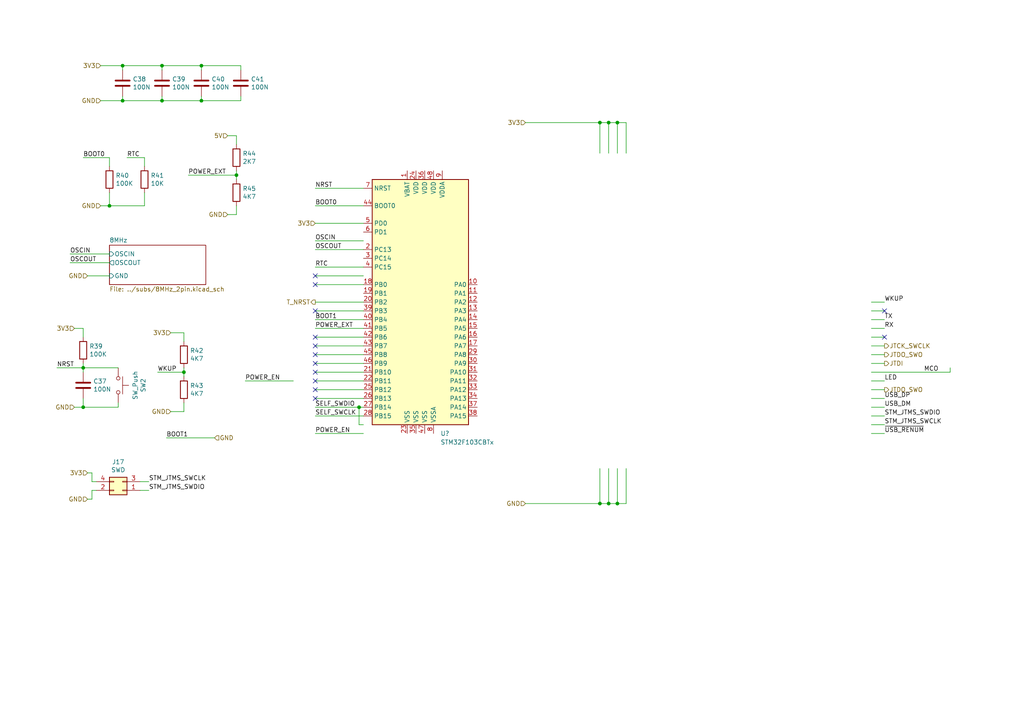
<source format=kicad_sch>
(kicad_sch (version 20211123) (generator eeschema)
  (paper "A4")
  (lib_symbols
    (symbol "Connector:USB_B_Micro" (pin_names (offset 1.016))
      (property "Reference" "J" (at -5.08 11.43 0))
      (property "Value" "USB_B_Micro" (at -5.08 8.89 0))
      (symbol "USB_B_Micro_0_1"
        (rectangle (start -5.08 -7.62) (end 5.08 7.62) (stroke (width 0.254)) (fill (type background)))
        (circle (center -3.81 2.159) (radius 0.635) (stroke (width 0.254)) (fill (type outline)))
        (circle (center -0.635 3.429) (radius 0.381) (stroke (width 0.254)) (fill (type outline)))
        (rectangle (start -0.127 -7.62) (end 0.127 -6.858))
        (polyline (pts (xy -1.905 2.159) (xy 0.635 2.159)) (stroke (width 0.254)))
        (polyline (pts (xy -3.175 2.159) (xy -2.54 2.159) (xy -1.27 3.429) (xy -0.635 3.429)) (stroke (width 0.254)))
        (polyline (pts (xy -2.54 2.159) (xy -1.905 2.159) (xy -1.27 0.889) (xy 0 0.889)) (stroke (width 0.254)))
        (polyline (pts (xy 0.635 2.794) (xy 0.635 1.524) (xy 1.905 2.159) (xy 0.635 2.794)) (stroke (width 0.254)) (fill (type outline)))
        (polyline (pts (xy -4.318 5.588) (xy -1.778 5.588) (xy -2.032 4.826) (xy -4.064 4.826) (xy -4.318 5.588)) (fill (type outline)))
        (polyline (pts (xy -4.699 5.842) (xy -4.699 5.588) (xy -4.445 4.826) (xy -4.445 4.572) (xy -1.651 4.572) (xy -1.651 4.826) (xy -1.397 5.588) (xy -1.397 5.842) (xy -4.699 5.842)))
        (rectangle (start 0.254 1.27) (end -0.508 0.508) (stroke (width 0.254)) (fill (type outline)))
        (rectangle (start 5.08 -5.207) (end 4.318 -4.953))
        (rectangle (start 5.08 -2.667) (end 4.318 -2.413))
        (rectangle (start 5.08 -0.127) (end 4.318 0.127))
        (rectangle (start 5.08 4.953) (end 4.318 5.207))
      )
      (symbol "USB_B_Micro_1_1"
        (pin power_out line (at 7.62 5.08 180) (length 2.54) (name "VBUS") (number "1"))
        (pin bidirectional line (at 7.62 -2.54 180) (length 2.54) (name "D-") (number "2"))
        (pin bidirectional line (at 7.62 0 180) (length 2.54) (name "D+") (number "3"))
        (pin passive line (at 7.62 -5.08 180) (length 2.54) (name "ID") (number "4"))
        (pin power_out line (at 0 -10.16 90) (length 2.54) (name "GND") (number "5"))
        (pin passive line (at -2.54 -10.16 90) (length 2.54) (name "Shield") (number "6"))
      )
    )
    (symbol "Connector_Generic:Conn_02x02_Odd_Even" (pin_names (offset 1.016) hide)
      (property "Reference" "J" (at 1.27 2.54 0))
      (property "Value" "Conn_02x02_Odd_Even" (at 1.27 -5.08 0))
      (symbol "Conn_02x02_Odd_Even_1_1"
        (rectangle (start -1.27 -2.413) (end 0 -2.667) (stroke (width 0.1524)))
        (rectangle (start -1.27 0.127) (end 0 -0.127) (stroke (width 0.1524)))
        (rectangle (start -1.27 1.27) (end 3.81 -3.81) (stroke (width 0.254)) (fill (type background)))
        (rectangle (start 3.81 -2.413) (end 2.54 -2.667) (stroke (width 0.1524)))
        (rectangle (start 3.81 0.127) (end 2.54 -0.127) (stroke (width 0.1524)))
        (pin passive line (at -5.08 0 0) (length 3.81) (name "Pin_1") (number "1"))
        (pin passive line (at 7.62 0 180) (length 3.81) (name "Pin_2") (number "2"))
        (pin passive line (at -5.08 -2.54 0) (length 3.81) (name "Pin_3") (number "3"))
        (pin passive line (at 7.62 -2.54 180) (length 3.81) (name "Pin_4") (number "4"))
      )
    )
    (symbol "Device:C" (pin_numbers hide) (pin_names (offset 0.254))
      (property "Reference" "C" (at 0.635 2.54 0))
      (property "Value" "C" (at 0.635 -2.54 0))
      (symbol "C_0_1"
        (polyline (pts (xy -2.032 -0.762) (xy 2.032 -0.762)) (stroke (width 0.508)))
        (polyline (pts (xy -2.032 0.762) (xy 2.032 0.762)) (stroke (width 0.508)))
      )
      (symbol "C_1_1"
        (pin passive line (at 0 3.81 270) (length 2.794) (name "~") (number "1"))
        (pin passive line (at 0 -3.81 90) (length 2.794) (name "~") (number "2"))
      )
    )
    (symbol "Device:LED" (pin_numbers hide) (pin_names (offset 1.016) hide)
      (property "Reference" "D" (at 0 2.54 0))
      (property "Value" "LED" (at 0 -2.54 0))
      (symbol "LED_0_1"
        (polyline (pts (xy -1.27 -1.27) (xy -1.27 1.27)) (stroke (width 0.254)))
        (polyline (pts (xy -1.27 0) (xy 1.27 0)))
        (polyline (pts (xy 1.27 -1.27) (xy 1.27 1.27) (xy -1.27 0) (xy 1.27 -1.27)) (stroke (width 0.254)))
        (polyline (pts (xy -3.048 -0.762) (xy -4.572 -2.286) (xy -3.81 -2.286) (xy -4.572 -2.286) (xy -4.572 -1.524)))
        (polyline (pts (xy -1.778 -0.762) (xy -3.302 -2.286) (xy -2.54 -2.286) (xy -3.302 -2.286) (xy -3.302 -1.524)))
      )
      (symbol "LED_1_1"
        (pin passive line (at -3.81 0 0) (length 2.54) (name "K") (number "1"))
        (pin passive line (at 3.81 0 180) (length 2.54) (name "A") (number "2"))
      )
    )
    (symbol "Device:R" (pin_numbers hide) (pin_names (offset 0))
      (property "Reference" "R" (at 2.032 0 90))
      (property "Value" "R" (at 0 0 90))
      (symbol "R_0_1"
        (rectangle (start -1.016 -2.54) (end 1.016 2.54) (stroke (width 0.254)))
      )
      (symbol "R_1_1"
        (pin passive line (at 0 3.81 270) (length 1.27) (name "~") (number "1"))
        (pin passive line (at 0 -3.81 90) (length 1.27) (name "~") (number "2"))
      )
    )
    (symbol "MCU_ST_STM32F1:STM32F103CBTx"
      (property "Reference" "U" (at -15.24 36.83 0))
      (property "Value" "STM32F103CBTx" (at 7.62 36.83 0))
      (symbol "STM32F103CBTx_0_1"
        (rectangle (start -15.24 -35.56) (end 12.7 35.56) (stroke (width 0.254)) (fill (type background)))
      )
      (symbol "STM32F103CBTx_1_1"
        (pin power_in line (at -5.08 38.1 270) (length 2.54) (name "VBAT") (number "1"))
        (pin bidirectional line (at 15.24 5.08 180) (length 2.54) (name "PA0") (number "10"))
        (pin bidirectional line (at 15.24 2.54 180) (length 2.54) (name "PA1") (number "11"))
        (pin bidirectional line (at 15.24 0 180) (length 2.54) (name "PA2") (number "12"))
        (pin bidirectional line (at 15.24 -2.54 180) (length 2.54) (name "PA3") (number "13"))
        (pin bidirectional line (at 15.24 -5.08 180) (length 2.54) (name "PA4") (number "14"))
        (pin bidirectional line (at 15.24 -7.62 180) (length 2.54) (name "PA5") (number "15"))
        (pin bidirectional line (at 15.24 -10.16 180) (length 2.54) (name "PA6") (number "16"))
        (pin bidirectional line (at 15.24 -12.7 180) (length 2.54) (name "PA7") (number "17"))
        (pin bidirectional line (at -17.78 5.08 0) (length 2.54) (name "PB0") (number "18"))
        (pin bidirectional line (at -17.78 2.54 0) (length 2.54) (name "PB1") (number "19"))
        (pin bidirectional line (at -17.78 15.24 0) (length 2.54) (name "PC13") (number "2"))
        (pin bidirectional line (at -17.78 0 0) (length 2.54) (name "PB2") (number "20"))
        (pin bidirectional line (at -17.78 -20.32 0) (length 2.54) (name "PB10") (number "21"))
        (pin bidirectional line (at -17.78 -22.86 0) (length 2.54) (name "PB11") (number "22"))
        (pin power_in line (at -5.08 -38.1 90) (length 2.54) (name "VSS") (number "23"))
        (pin power_in line (at -2.54 38.1 270) (length 2.54) (name "VDD") (number "24"))
        (pin bidirectional line (at -17.78 -25.4 0) (length 2.54) (name "PB12") (number "25"))
        (pin bidirectional line (at -17.78 -27.94 0) (length 2.54) (name "PB13") (number "26"))
        (pin bidirectional line (at -17.78 -30.48 0) (length 2.54) (name "PB14") (number "27"))
        (pin bidirectional line (at -17.78 -33.02 0) (length 2.54) (name "PB15") (number "28"))
        (pin bidirectional line (at 15.24 -15.24 180) (length 2.54) (name "PA8") (number "29"))
        (pin bidirectional line (at -17.78 12.7 0) (length 2.54) (name "PC14") (number "3"))
        (pin bidirectional line (at 15.24 -17.78 180) (length 2.54) (name "PA9") (number "30"))
        (pin bidirectional line (at 15.24 -20.32 180) (length 2.54) (name "PA10") (number "31"))
        (pin bidirectional line (at 15.24 -22.86 180) (length 2.54) (name "PA11") (number "32"))
        (pin bidirectional line (at 15.24 -25.4 180) (length 2.54) (name "PA12") (number "33"))
        (pin bidirectional line (at 15.24 -27.94 180) (length 2.54) (name "PA13") (number "34"))
        (pin power_in line (at -2.54 -38.1 90) (length 2.54) (name "VSS") (number "35"))
        (pin power_in line (at 0 38.1 270) (length 2.54) (name "VDD") (number "36"))
        (pin bidirectional line (at 15.24 -30.48 180) (length 2.54) (name "PA14") (number "37"))
        (pin bidirectional line (at 15.24 -33.02 180) (length 2.54) (name "PA15") (number "38"))
        (pin bidirectional line (at -17.78 -2.54 0) (length 2.54) (name "PB3") (number "39"))
        (pin bidirectional line (at -17.78 10.16 0) (length 2.54) (name "PC15") (number "4"))
        (pin bidirectional line (at -17.78 -5.08 0) (length 2.54) (name "PB4") (number "40"))
        (pin bidirectional line (at -17.78 -7.62 0) (length 2.54) (name "PB5") (number "41"))
        (pin bidirectional line (at -17.78 -10.16 0) (length 2.54) (name "PB6") (number "42"))
        (pin bidirectional line (at -17.78 -12.7 0) (length 2.54) (name "PB7") (number "43"))
        (pin input line (at -17.78 27.94 0) (length 2.54) (name "BOOT0") (number "44"))
        (pin bidirectional line (at -17.78 -15.24 0) (length 2.54) (name "PB8") (number "45"))
        (pin bidirectional line (at -17.78 -17.78 0) (length 2.54) (name "PB9") (number "46"))
        (pin power_in line (at 0 -38.1 90) (length 2.54) (name "VSS") (number "47"))
        (pin power_in line (at 2.54 38.1 270) (length 2.54) (name "VDD") (number "48"))
        (pin input line (at -17.78 22.86 0) (length 2.54) (name "PD0") (number "5"))
        (pin input line (at -17.78 20.32 0) (length 2.54) (name "PD1") (number "6"))
        (pin input line (at -17.78 33.02 0) (length 2.54) (name "NRST") (number "7"))
        (pin power_in line (at 2.54 -38.1 90) (length 2.54) (name "VSSA") (number "8"))
        (pin power_in line (at 5.08 38.1 270) (length 2.54) (name "VDDA") (number "9"))
      )
    )
    (symbol "Switch:SW_Push" (pin_numbers hide) (pin_names (offset 1.016) hide)
      (property "Reference" "SW" (at 1.27 2.54 0))
      (property "Value" "SW_Push" (at 0 -1.524 0))
      (symbol "SW_Push_0_1"
        (circle (center -2.032 0) (radius 0.508))
        (polyline (pts (xy 0 1.27) (xy 0 3.048)))
        (polyline (pts (xy 2.54 1.27) (xy -2.54 1.27)))
        (circle (center 2.032 0) (radius 0.508))
        (pin passive line (at -5.08 0 0) (length 2.54) (name "1") (number "1"))
        (pin passive line (at 5.08 0 180) (length 2.54) (name "2") (number "2"))
      )
    )
  )
  (junction (at 46.99 19.05))
  (junction (at 176.53 35.56))
  (junction (at 24.13 118.11))
  (junction (at -22.86 115.57))
  (junction (at 35.56 29.21))
  (junction (at 46.99 29.21))
  (junction (at 173.99 35.56))
  (junction (at -24.13 167.64))
  (junction (at 24.13 106.68))
  (junction (at 68.58 50.8))
  (junction (at -39.37 153.67))
  (junction (at 53.34 107.95))
  (junction (at 104.14 118.11))
  (junction (at 176.53 146.05))
  (junction (at 173.99 146.05))
  (junction (at 35.56 19.05))
  (junction (at 31.75 59.69))
  (junction (at 179.07 35.56))
  (junction (at 179.07 146.05))
  (junction (at 58.42 19.05))
  (junction (at -15.24 167.64))
  (junction (at 58.42 29.21))
  (no_connect (at 91.44 100.33))
  (no_connect (at 91.44 115.57))
  (no_connect (at 91.44 80.01))
  (no_connect (at 91.44 107.95))
  (no_connect (at 91.44 113.03))
  (no_connect (at 256.54 97.79))
  (no_connect (at 91.44 82.55))
  (no_connect (at 256.54 90.17))
  (no_connect (at 91.44 105.41))
  (no_connect (at 91.44 110.49))
  (no_connect (at 91.44 90.17))
  (no_connect (at 91.44 102.87))
  (no_connect (at 91.44 97.79))
  (wire (pts (xy 152.4 146.05) (xy 173.99 146.05)))
  (wire (pts (xy 68.58 41.91) (xy 68.58 39.37)))
  (wire (pts (xy -15.24 163.83) (xy -15.24 167.64)))
  (wire (pts (xy 256.54 120.65) (xy 252.73 120.65)))
  (wire (pts (xy 105.41 69.85) (xy 91.44 69.85)))
  (wire (pts (xy 91.44 82.55) (xy 105.41 82.55)))
  (wire (pts (xy 58.42 27.94) (xy 58.42 29.21)))
  (wire (pts (xy -15.24 167.64) (xy -24.13 167.64)))
  (wire (pts (xy 53.34 109.22) (xy 53.34 107.95)))
  (wire (pts (xy 46.99 19.05) (xy 58.42 19.05)))
  (wire (pts (xy 58.42 29.21) (xy 46.99 29.21)))
  (wire (pts (xy 25.4 80.01) (xy 31.75 80.01)))
  (wire (pts (xy 21.59 95.25) (xy 24.13 95.25)))
  (wire (pts (xy 256.54 105.41) (xy 252.73 105.41)))
  (wire (pts (xy 181.61 146.05) (xy 181.61 135.89)))
  (wire (pts (xy 46.99 19.05) (xy 46.99 20.32)))
  (wire (pts (xy 275.59 106.68) (xy 275.59 107.95)))
  (wire (pts (xy 29.21 19.05) (xy 35.56 19.05)))
  (wire (pts (xy 41.91 59.69) (xy 31.75 59.69)))
  (wire (pts (xy 173.99 35.56) (xy 173.99 44.45)))
  (wire (pts (xy 152.4 35.56) (xy 173.99 35.56)))
  (wire (pts (xy 91.44 95.25) (xy 105.41 95.25)))
  (wire (pts (xy 91.44 120.65) (xy 105.41 120.65)))
  (wire (pts (xy 69.85 19.05) (xy 69.85 20.32)))
  (wire (pts (xy -22.86 158.75) (xy -24.13 158.75)))
  (wire (pts (xy 24.13 95.25) (xy 24.13 97.79)))
  (wire (pts (xy 20.32 76.2) (xy 31.75 76.2)))
  (wire (pts (xy -29.21 148.59) (xy -22.86 148.59)))
  (wire (pts (xy 91.44 72.39) (xy 105.41 72.39)))
  (wire (pts (xy 68.58 39.37) (xy 66.04 39.37)))
  (wire (pts (xy 173.99 146.05) (xy 176.53 146.05)))
  (wire (pts (xy 176.53 44.45) (xy 176.53 35.56)))
  (wire (pts (xy -57.15 156.21) (xy -22.86 156.21)))
  (wire (pts (xy 91.44 54.61) (xy 105.41 54.61)))
  (wire (pts (xy 176.53 146.05) (xy 179.07 146.05)))
  (wire (pts (xy 53.34 116.84) (xy 53.34 119.38)))
  (wire (pts (xy 176.53 35.56) (xy 173.99 35.56)))
  (wire (pts (xy 91.44 110.49) (xy 105.41 110.49)))
  (wire (pts (xy 35.56 27.94) (xy 35.56 29.21)))
  (wire (pts (xy 66.04 62.23) (xy 68.58 62.23)))
  (wire (pts (xy 256.54 118.11) (xy 252.73 118.11)))
  (wire (pts (xy -25.4 99.06) (xy -22.86 99.06)))
  (wire (pts (xy 53.34 96.52) (xy 49.53 96.52)))
  (wire (pts (xy -22.86 115.57) (xy -22.86 116.84)))
  (wire (pts (xy 256.54 102.87) (xy 252.73 102.87)))
  (wire (pts (xy 179.07 135.89) (xy 179.07 146.05)))
  (wire (pts (xy 256.54 95.25) (xy 252.73 95.25)))
  (wire (pts (xy 34.29 118.11) (xy 24.13 118.11)))
  (wire (pts (xy 46.99 29.21) (xy 35.56 29.21)))
  (wire (pts (xy 31.75 59.69) (xy 29.21 59.69)))
  (wire (pts (xy 179.07 35.56) (xy 179.07 44.45)))
  (wire (pts (xy 68.58 52.07) (xy 68.58 50.8)))
  (wire (pts (xy 34.29 116.84) (xy 34.29 118.11)))
  (wire (pts (xy 256.54 125.73) (xy 252.73 125.73)))
  (wire (pts (xy 104.14 123.19) (xy 105.41 123.19)))
  (wire (pts (xy -15.24 167.64) (xy -12.7 167.64)))
  (wire (pts (xy -12.7 167.64) (xy -12.7 163.83)))
  (wire (pts (xy 36.83 45.72) (xy 41.91 45.72)))
  (wire (pts (xy 91.44 102.87) (xy 105.41 102.87)))
  (wire (pts (xy 91.44 77.47) (xy 105.41 77.47)))
  (wire (pts (xy 91.44 107.95) (xy 105.41 107.95)))
  (wire (pts (xy 24.13 45.72) (xy 31.75 45.72)))
  (wire (pts (xy 173.99 135.89) (xy 173.99 146.05)))
  (wire (pts (xy -57.15 139.7) (xy -39.37 139.7)))
  (wire (pts (xy 35.56 29.21) (xy 29.21 29.21)))
  (wire (pts (xy 43.18 142.24) (xy 40.64 142.24)))
  (wire (pts (xy 69.85 29.21) (xy 58.42 29.21)))
  (wire (pts (xy 91.44 92.71) (xy 105.41 92.71)))
  (wire (pts (xy 91.44 80.01) (xy 105.41 80.01)))
  (wire (pts (xy 58.42 19.05) (xy 58.42 20.32)))
  (wire (pts (xy 58.42 19.05) (xy 69.85 19.05)))
  (wire (pts (xy 41.91 55.88) (xy 41.91 59.69)))
  (wire (pts (xy 256.54 113.03) (xy 252.73 113.03)))
  (wire (pts (xy 256.54 110.49) (xy 252.73 110.49)))
  (wire (pts (xy 24.13 106.68) (xy 24.13 107.95)))
  (wire (pts (xy 104.14 118.11) (xy 105.41 118.11)))
  (wire (pts (xy 24.13 105.41) (xy 24.13 106.68)))
  (wire (pts (xy 16.51 106.68) (xy 24.13 106.68)))
  (wire (pts (xy 26.67 144.78) (xy 25.4 144.78)))
  (wire (pts (xy 91.44 64.77) (xy 105.41 64.77)))
  (wire (pts (xy 91.44 90.17) (xy 105.41 90.17)))
  (wire (pts (xy 91.44 125.73) (xy 105.41 125.73)))
  (wire (pts (xy 91.44 115.57) (xy 105.41 115.57)))
  (wire (pts (xy 181.61 35.56) (xy 181.61 44.45)))
  (wire (pts (xy 26.67 137.16) (xy 26.67 139.7)))
  (wire (pts (xy 46.99 27.94) (xy 46.99 29.21)))
  (wire (pts (xy 68.58 62.23) (xy 68.58 59.69)))
  (wire (pts (xy 53.34 99.06) (xy 53.34 96.52)))
  (wire (pts (xy 43.18 139.7) (xy 40.64 139.7)))
  (wire (pts (xy 256.54 115.57) (xy 252.73 115.57)))
  (wire (pts (xy 71.12 110.49) (xy 85.09 110.49)))
  (wire (pts (xy 24.13 118.11) (xy 24.13 115.57)))
  (wire (pts (xy 256.54 100.33) (xy 252.73 100.33)))
  (wire (pts (xy 91.44 105.41) (xy 105.41 105.41)))
  (wire (pts (xy 54.61 50.8) (xy 68.58 50.8)))
  (wire (pts (xy -27.94 167.64) (xy -24.13 167.64)))
  (wire (pts (xy 179.07 146.05) (xy 181.61 146.05)))
  (wire (pts (xy 49.53 119.38) (xy 53.34 119.38)))
  (wire (pts (xy 91.44 118.11) (xy 104.14 118.11)))
  (wire (pts (xy -25.4 134.62) (xy -22.86 134.62)))
  (wire (pts (xy 31.75 45.72) (xy 31.75 48.26)))
  (wire (pts (xy 35.56 19.05) (xy 35.56 20.32)))
  (wire (pts (xy -31.75 115.57) (xy -22.86 115.57)))
  (wire (pts (xy 53.34 107.95) (xy 53.34 106.68)))
  (wire (pts (xy 45.72 107.95) (xy 53.34 107.95)))
  (wire (pts (xy 176.53 35.56) (xy 179.07 35.56)))
  (wire (pts (xy 91.44 87.63) (xy 105.41 87.63)))
  (wire (pts (xy 31.75 55.88) (xy 31.75 59.69)))
  (wire (pts (xy -39.37 153.67) (xy -22.86 153.67)))
  (wire (pts (xy -57.15 153.67) (xy -39.37 153.67)))
  (wire (pts (xy 181.61 35.56) (xy 179.07 35.56)))
  (wire (pts (xy 26.67 139.7) (xy 27.94 139.7)))
  (wire (pts (xy 91.44 113.03) (xy 105.41 113.03)))
  (wire (pts (xy 31.75 73.66) (xy 20.32 73.66)))
  (wire (pts (xy 91.44 59.69) (xy 105.41 59.69)))
  (wire (pts (xy 176.53 135.89) (xy 176.53 146.05)))
  (wire (pts (xy 68.58 49.53) (xy 68.58 50.8)))
  (wire (pts (xy 26.67 142.24) (xy 26.67 144.78)))
  (wire (pts (xy -22.86 134.62) (xy -22.86 132.08)))
  (wire (pts (xy 21.59 118.11) (xy 24.13 118.11)))
  (wire (pts (xy -39.37 139.7) (xy -39.37 142.24)))
  (wire (pts (xy 48.26 127) (xy 62.23 127)))
  (wire (pts (xy 252.73 107.95) (xy 275.59 107.95)))
  (wire (pts (xy -22.86 99.06) (xy -22.86 100.33)))
  (wire (pts (xy 27.94 142.24) (xy 26.67 142.24)))
  (wire (pts (xy 256.54 92.71) (xy 252.73 92.71)))
  (wire (pts (xy 256.54 90.17) (xy 252.73 90.17)))
  (wire (pts (xy -39.37 149.86) (xy -39.37 153.67)))
  (wire (pts (xy 69.85 27.94) (xy 69.85 29.21)))
  (wire (pts (xy 25.4 137.16) (xy 26.67 137.16)))
  (wire (pts (xy 34.29 106.68) (xy 24.13 106.68)))
  (wire (pts (xy 256.54 123.19) (xy 252.73 123.19)))
  (wire (pts (xy -24.13 167.64) (xy -24.13 166.37)))
  (wire (pts (xy 256.54 97.79) (xy 252.73 97.79)))
  (wire (pts (xy 91.44 100.33) (xy 105.41 100.33)))
  (wire (pts (xy 104.14 118.11) (xy 104.14 123.19)))
  (wire (pts (xy 35.56 19.05) (xy 46.99 19.05)))
  (wire (pts (xy 256.54 87.63) (xy 252.73 87.63)))
  (wire (pts (xy 41.91 45.72) (xy 41.91 48.26)))
  (wire (pts (xy 91.44 97.79) (xy 105.41 97.79)))
  (label "BOOT0" (at 24.13 45.72 0))
  (label "OSCIN" (at 91.44 69.85 0))
  (label "OSCOUT" (at 20.32 76.2 0))
  (label "LED" (at 256.54 110.49 0))
  (label "BOOT1" (at 91.44 92.71 0))
  (label "USB_DM" (at 256.54 118.11 0))
  (label "SELF_SWCLK" (at 91.44 120.65 0))
  (label "NRST" (at 91.44 54.61 0))
  (label "POWER_EN" (at 71.12 110.49 0))
  (label "RX" (at 256.54 95.25 0))
  (label "OSCIN" (at 20.32 73.66 0))
  (label "WKUP" (at 256.54 87.63 0))
  (label "POWER_EXT" (at 91.44 95.25 0))
  (label "SELF_SWDIO" (at 91.44 118.11 0))
  (label "USB_DP" (at -57.15 153.67 0))
  (label "USB_DM" (at -57.15 156.21 0))
  (label "POWER_EXT" (at 54.61 50.8 0))
  (label "RTC" (at 36.83 45.72 0))
  (label "~{USB_RENUM}" (at -57.15 139.7 0))
  (label "LED" (at -31.75 115.57 0))
  (label "OSCOUT" (at 91.44 72.39 0))
  (label "WKUP" (at 45.72 107.95 0))
  (label "STM_JTMS_SWDIO" (at 43.18 142.24 0))
  (label "TX" (at 256.54 92.71 0))
  (label "BOOT0" (at 91.44 59.69 0))
  (label "USB_DP" (at 256.54 115.57 0))
  (label "STM_JTMS_SWDIO" (at 256.54 120.65 0))
  (label "NRST" (at 16.51 106.68 0))
  (label "BOOT1" (at 48.26 127 0))
  (label "MCO" (at 267.97 107.95 0))
  (label "STM_JTMS_SWCLK" (at 43.18 139.7 0))
  (label "~{USB_RENUM}" (at 256.54 125.73 0))
  (label "STM_JTMS_SWCLK" (at 256.54 123.19 0))
  (label "RTC" (at 91.44 77.47 0))
  (label "POWER_EN" (at 91.44 125.73 0))
  (hierarchical_label "GND" (shape input) (at 152.4 146.05 180))
  (hierarchical_label "3V3" (shape input) (at 25.4 137.16 180))
  (hierarchical_label "GND" (shape input) (at -25.4 134.62 180))
  (hierarchical_label "JTCK_SWCLK" (shape output) (at 256.54 100.33 0))
  (hierarchical_label "GND" (shape input) (at 25.4 80.01 180))
  (hierarchical_label "JTDO_SWO" (shape output) (at 256.54 113.03 0))
  (hierarchical_label "3V3" (shape input) (at -25.4 99.06 180))
  (hierarchical_label "GND" (shape input) (at 66.04 62.23 180))
  (hierarchical_label "5V" (shape input) (at 66.04 39.37 180))
  (hierarchical_label "5V" (shape input) (at -29.21 148.59 180))
  (hierarchical_label "3V3" (shape input) (at 91.44 64.77 180))
  (hierarchical_label "GND" (shape input) (at 29.21 29.21 180))
  (hierarchical_label "GND" (shape input) (at 62.23 127 0))
  (hierarchical_label "3V3" (shape input) (at 152.4 35.56 180))
  (hierarchical_label "JTDI" (shape output) (at 256.54 105.41 0))
  (hierarchical_label "T_NRST" (shape output) (at 91.44 87.63 180))
  (hierarchical_label "GND" (shape input) (at -27.94 167.64 180))
  (hierarchical_label "GND" (shape input) (at 21.59 118.11 180))
  (hierarchical_label "GND" (shape input) (at 29.21 59.69 180))
  (hierarchical_label "3V3" (shape input) (at 49.53 96.52 180))
  (hierarchical_label "JTDO_SWO" (shape output) (at 256.54 102.87 0))
  (hierarchical_label "3V3" (shape input) (at 29.21 19.05 180))
  (hierarchical_label "GND" (shape input) (at 25.4 144.78 180))
  (hierarchical_label "GND" (shape input) (at 49.53 119.38 180))
  (hierarchical_label "3V3" (shape input) (at 21.59 95.25 180))
  (symbol (lib_id "Switch:SW_Push") (at 34.29 111.76 270) (mirror x) (unit 1)
    (property "Reference" "SW2" (at 41.529 111.76 0))
    (property "Value" "SW_Push" (at 39.2176 111.76 0))
  )
  (symbol (lib_id "Device:R") (at 31.75 52.07 0) (unit 1)
    (property "Reference" "R40" (at 33.528 50.9016 0) (effects (justify left)))
    (property "Value" "100K" (at 33.528 53.213 0) (effects (justify left)))
  )
  (symbol (lib_id "Device:C") (at 35.56 24.13 0) (unit 1)
    (property "Reference" "C38" (at 38.481 22.9616 0) (effects (justify left)))
    (property "Value" "100N" (at 38.481 25.273 0) (effects (justify left)))
    (property "Footprint" "Capacitor_SMD:C_0603_1608Metric" (effects hide))
  )
  (symbol (lib_id "Device:R") (at 24.13 101.6 0) (unit 1)
    (property "Reference" "R39" (at 25.908 100.4316 0) (effects (justify left)))
    (property "Value" "100K" (at 25.908 102.743 0) (effects (justify left)))
  )
  (symbol (lib_id "Device:C") (at 46.99 24.13 0) (unit 1)
    (property "Reference" "C39" (at 49.911 22.9616 0) (effects (justify left)))
    (property "Value" "100N" (at 49.911 25.273 0) (effects (justify left)))
    (property "Footprint" "Capacitor_SMD:C_0603_1608Metric" (effects hide))
  )
  (symbol (lib_id "Device:C") (at 58.42 24.13 0) (unit 1)
    (property "Reference" "C40" (at 61.341 22.9616 0) (effects (justify left)))
    (property "Value" "100N" (at 61.341 25.273 0) (effects (justify left)))
    (property "Footprint" "Capacitor_SMD:C_0603_1608Metric" (effects hide))
  )
  (symbol (lib_id "Device:C") (at 69.85 24.13 0) (unit 1)
    (property "Reference" "C41" (at 72.771 22.9616 0) (effects (justify left)))
    (property "Value" "100N" (at 72.771 25.273 0) (effects (justify left)))
    (property "Footprint" "Capacitor_SMD:C_0603_1608Metric" (effects hide))
  )
  (symbol (lib_id "Device:R") (at 41.91 52.07 0) (unit 1)
    (property "Reference" "R41" (at 43.688 50.9016 0) (effects (justify left)))
    (property "Value" "10K" (at 43.688 53.213 0) (effects (justify left)))
  )
  (symbol (lib_id "Device:C") (at 24.13 111.76 0) (unit 1)
    (property "Reference" "C37" (at 27.051 110.5916 0) (effects (justify left)))
    (property "Value" "100N" (at 27.051 112.903 0) (effects (justify left)))
    (property "Footprint" "Capacitor_SMD:C_0603_1608Metric" (effects hide))
  )
  (symbol (lib_id "Device:R") (at 53.34 102.87 0) (unit 1)
    (property "Reference" "R42" (at 55.118 101.7016 0) (effects (justify left)))
    (property "Value" "4K7" (at 55.118 104.013 0) (effects (justify left)))
  )
  (symbol (lib_id "Device:R") (at 53.34 113.03 0) (unit 1)
    (property "Reference" "R43" (at 55.118 111.8616 0) (effects (justify left)))
    (property "Value" "4K7" (at 55.118 114.173 0) (effects (justify left)))
  )
  (symbol (lib_id "Connector_Generic:Conn_02x02_Odd_Even") (at 35.56 142.24 180) (unit 1)
    (property "Reference" "J17" (at 34.29 133.985 0))
    (property "Value" "SWD" (at 34.29 136.2964 0))
  )
  (symbol (lib_id "Device:LED") (at -22.86 120.65 90) (unit 1)
    (property "Reference" "D4" (at -19.8882 119.6848 90) (effects (justify right)))
    (property "Value" "LED" (at -19.8882 121.9962 90) (effects (justify right)))
  )
  (symbol (lib_id "Device:LED") (at -22.86 111.76 90) (unit 1)
    (property "Reference" "D3" (at -19.8882 110.7948 90) (effects (justify right)))
    (property "Value" "LED" (at -19.8882 113.1062 90) (effects (justify right)))
  )
  (symbol (lib_id "Device:R") (at 68.58 45.72 0) (unit 1)
    (property "Reference" "R44" (at 70.358 44.5516 0) (effects (justify left)))
    (property "Value" "2K7" (at 70.358 46.863 0) (effects (justify left)))
  )
  (symbol (lib_id "Device:R") (at 68.58 55.88 0) (unit 1)
    (property "Reference" "R45" (at 70.358 54.7116 0) (effects (justify left)))
    (property "Value" "4K7" (at 70.358 57.023 0) (effects (justify left)))
  )
  (symbol (lib_id "william_testing:Test") (at 275.59 110.49 0) (unit 1)
    (property "Reference" "TP1" (at 277.0632 103.632 0) (effects (justify left)))
    (property "Value" "Test" (at 277.0632 105.9434 0) (effects (justify left)))
  )
  (symbol (lib_id "Connector:USB_B_Micro") (at -15.24 153.67 0) (mirror y) (unit 1)
    (property "Reference" "J6" (at -16.637 141.8082 0))
    (property "Value" "USB_B_Micro" (at -16.637 144.1196 0))
  )
  (symbol (lib_id "Device:R") (at -39.37 146.05 0) (mirror x) (unit 1)
    (property "Reference" "R35" (at -41.1226 144.8816 0) (effects (justify right)))
    (property "Value" "1K5" (at -41.1226 147.193 0) (effects (justify right)))
  )
  (symbol (lib_id "Device:R") (at -22.86 128.27 180) (unit 1)
    (property "Reference" "R38" (at -21.1074 127.1016 0) (effects (justify right)))
    (property "Value" "100R" (at -21.1074 129.413 0) (effects (justify right)))
  )
  (symbol (lib_id "Device:R") (at -22.86 104.14 180) (unit 1)
    (property "Reference" "R37" (at -21.1074 102.9716 0) (effects (justify right)))
    (property "Value" "100R" (at -21.1074 105.283 0) (effects (justify right)))
  )
  (symbol (lib_id "Device:R") (at -24.13 162.56 0) (mirror x) (unit 1)
    (property "Reference" "R36" (at -25.8826 161.3916 0) (effects (justify right)))
    (property "Value" "100K" (at -25.8826 163.703 0) (effects (justify right)))
  )
  (symbol (lib_id "MCU_ST_STM32F1:STM32F103CBTx") (at 123.19 87.63 0) (unit 1)
    (property "Reference" "U?" (at 127.7494 125.73 0) (effects (justify left)))
    (property "Value" "STM32F103CBTx" (at 127.7494 128.27 0) (effects (justify left)))
    (property "Footprint" "Package_QFP:LQFP-48_7x7mm_P0.5mm" (effects hide))
    (property "Datasheet" "http://www.st.com/st-web-ui/static/active/en/resource/technical/document/datasheet/CD00161566.pdf" (effects hide))
  )
  (sheet (at 31.75 71.12) (size 27.94 11.43)
    (property "Sheet name" "8MHz" (at 31.75 70.4084 0) (effects (justify left bottom)))
    (property "Sheet file" "../subs/8MHz_2pin.kicad_sch" (at 31.75 83.1346 0) (effects (justify left top)))
    (pin "GND" input (at 31.75 80.01 180))
    (pin "OSCIN" input (at 31.75 73.66 180))
    (pin "OSCOUT" output (at 31.75 76.2 180))
  )
)
</source>
